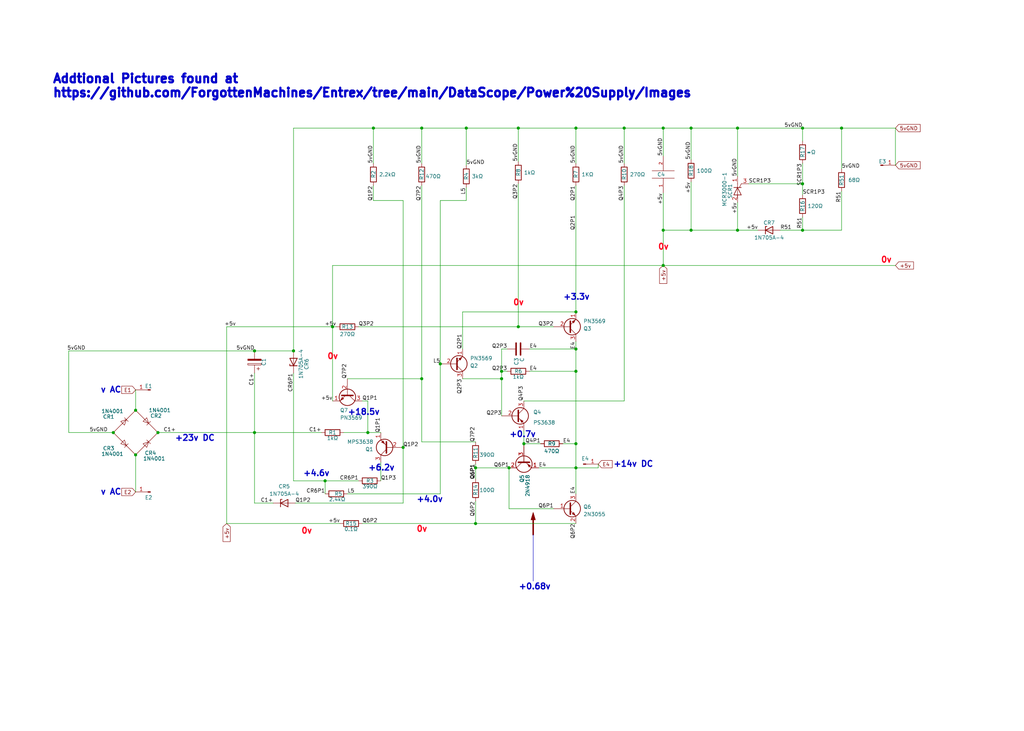
<source format=kicad_sch>
(kicad_sch (version 20230121) (generator eeschema)
  (paper "User" 350.012 250.012)
  (lib_symbols
    (symbol "Device:C" (pin_numbers hide) (pin_names (offset 0.254))
      (property "Reference" "C" (at 0.635 2.54 0))
      (property "Value" "C" (at 0.635 -2.54 0))
      (symbol "C_0_1"
        (polyline (pts (xy -2.032 -0.762) (xy 2.032 -0.762)) (stroke (width 0.508)))
        (polyline (pts (xy -2.032 0.762) (xy 2.032 0.762)) (stroke (width 0.508)))
      )
      (symbol "C_1_1"
        (pin passive line (at 0 3.81 270) (length 2.794) (name "~") (number "1"))
        (pin passive line (at 0 -3.81 90) (length 2.794) (name "~") (number "2"))
      )
    )
    (symbol "Device:C_Polarized" (pin_numbers hide) (pin_names (offset 0.254))
      (property "Reference" "C" (at 0.635 2.54 0))
      (property "Value" "C_Polarized" (at 0.635 -2.54 0))
      (symbol "C_Polarized_0_1"
        (rectangle (start -2.286 0.508) (end 2.286 1.016))
        (polyline (pts (xy -1.778 2.286) (xy -0.762 2.286)))
        (polyline (pts (xy -1.27 2.794) (xy -1.27 1.778)))
        (rectangle (start 2.286 -0.508) (end -2.286 -1.016) (fill (type outline)))
      )
      (symbol "C_Polarized_1_1"
        (pin passive line (at 0 3.81 270) (length 2.794) (name "~") (number "1"))
        (pin passive line (at 0 -3.81 90) (length 2.794) (name "~") (number "2"))
      )
    )
    (symbol "Device:D_Zener" (pin_numbers hide) (pin_names (offset 1.016) hide)
      (property "Reference" "D" (at 0 2.54 0))
      (property "Value" "D_Zener" (at 0 -2.54 0))
      (symbol "D_Zener_0_1"
        (polyline (pts (xy 1.27 0) (xy -1.27 0)))
        (polyline (pts (xy -1.27 -1.27) (xy -1.27 1.27) (xy -0.762 1.27)) (stroke (width 0.254)))
        (polyline (pts (xy 1.27 -1.27) (xy 1.27 1.27) (xy -1.27 0) (xy 1.27 -1.27)) (stroke (width 0.254)))
      )
      (symbol "D_Zener_1_1"
        (pin passive line (at -3.81 0 0) (length 2.54) (name "K") (number "1"))
        (pin passive line (at 3.81 0 180) (length 2.54) (name "A") (number "2"))
      )
    )
    (symbol "Device:R" (pin_numbers hide) (pin_names (offset 0))
      (property "Reference" "R" (at 2.032 0 90))
      (property "Value" "R" (at 0 0 90))
      (symbol "R_0_1"
        (rectangle (start -1.016 -2.54) (end 1.016 2.54) (stroke (width 0.254)))
      )
      (symbol "R_1_1"
        (pin passive line (at 0 3.81 270) (length 1.27) (name "~") (number "1"))
        (pin passive line (at 0 -3.81 90) (length 1.27) (name "~") (number "2"))
      )
    )
    (symbol "Forgotten Machines:2N4918" (pin_names (offset 0) hide)
      (property "Reference" "Q" (at 5.08 1.905 0))
      (property "Value" "2N4918" (at 5.08 0 0))
      (symbol "2N4918_0_1"
        (polyline (pts (xy 0.635 0.635) (xy 2.54 2.54)))
        (polyline (pts (xy 0.635 -0.635) (xy 2.54 -2.54) (xy 2.54 -2.54)))
        (polyline (pts (xy 0.635 1.905) (xy 0.635 -1.905) (xy 0.635 -1.905)) (stroke (width 0.508)))
        (polyline (pts (xy 2.286 -1.778) (xy 1.778 -2.286) (xy 1.27 -1.27) (xy 2.286 -1.778) (xy 2.286 -1.778)) (fill (type outline)))
        (circle (center 1.27 0) (radius 2.8194) (stroke (width 0.254)))
      )
      (symbol "2N4918_1_1"
        (pin passive line (at 2.54 -5.08 90) (length 2.54) (name "E") (number "1"))
        (pin passive line (at 2.54 5.08 270) (length 2.54) (name "C") (number "2"))
        (pin input line (at -5.08 0 0) (length 5.715) (name "B") (number "3"))
      )
    )
    (symbol "Forgotten Machines:CAP_Large_Polarized_-_Entrex_Trapezoid" (pin_names (offset 0.254))
      (property "Reference" "C14" (at -2.54 0 0))
      (property "Value" "CAP" (at 3.81 2.54 0))
      (symbol "CAP_Large_Polarized_-_Entrex_Trapezoid_0_1"
        (polyline (pts (xy -3.81 -1.27) (xy 3.81 -1.27)))
        (polyline (pts (xy -3.81 1.27) (xy 3.81 1.27)))
      )
      (symbol "CAP_Large_Polarized_-_Entrex_Trapezoid_1_1"
        (pin passive line (at 0 6.35 270) (length 5.08) (name "~") (number "1"))
        (pin passive line (at 0 -6.35 90) (length 5.08) (name "~") (number "2"))
      )
    )
    (symbol "ForgottenMachines:Diagonal Diode for Full Wave Bridge Lower" (pin_names (offset 0))
      (property "Reference" "CR" (at -1.27 0 0))
      (property "Value" "1N4001" (at -1.27 -2.54 0))
      (symbol "Diagonal Diode for Full Wave Bridge Lower_0_1"
        (polyline (pts (xy -5.08 -1.27) (xy 2.54 6.35)))
        (polyline (pts (xy -1.27 3.81) (xy 0 2.54)))
        (polyline (pts (xy -0.635 3.175) (xy -2.54 2.54) (xy -1.27 1.27) (xy -0.635 3.175)))
      )
      (symbol "Diagonal Diode for Full Wave Bridge Lower_1_1"
        (pin passive line (at 2.54 6.35 180) (length 0) (name "") (number ""))
        (pin passive line (at -5.08 -1.27 90) (length 0) (name "~") (number ""))
      )
    )
    (symbol "ForgottenMachines:FPN3569_Transistor" (pin_names (offset 0) hide)
      (property "Reference" "Q" (at 5.08 1.905 0))
      (property "Value" "PN3569" (at 5.08 0 0))
      (symbol "FPN3569_Transistor_0_1"
        (polyline (pts (xy 0.635 0.635) (xy 2.54 2.54)))
        (polyline (pts (xy 0.635 -0.635) (xy 2.54 -2.54) (xy 2.54 -2.54)))
        (polyline (pts (xy 0.635 1.905) (xy 0.635 -1.905) (xy 0.635 -1.905)) (stroke (width 0.508)))
        (polyline (pts (xy 1.27 -1.778) (xy 1.778 -1.27) (xy 2.286 -2.286) (xy 1.27 -1.778) (xy 1.27 -1.778)) (fill (type outline)))
        (circle (center 1.27 0) (radius 2.8194) (stroke (width 0.254)))
      )
      (symbol "FPN3569_Transistor_1_1"
        (pin passive line (at 2.54 -5.08 90) (length 2.54) (name "E") (number "1"))
        (pin passive line (at -5.08 0 0) (length 5.715) (name "B") (number "2"))
        (pin passive line (at 2.54 5.08 270) (length 2.54) (name "C") (number "3"))
      )
    )
    (symbol "ForgottenMachines:MCR3000-1" (pin_names (offset 0) hide)
      (property "Reference" "SCR" (at 1.27 3.81 0))
      (property "Value" "MCR3000-1" (at 1.27 1.905 0))
      (symbol "MCR3000-1_0_1"
        (polyline (pts (xy 1.27 -1.27) (xy 1.27 1.27)) (stroke (width 0.2032)))
        (polyline (pts (xy 2.54 -1.27) (xy 1.27 -0.635)))
        (polyline (pts (xy 2.54 0) (xy -2.54 0)))
        (polyline (pts (xy -1.27 -1.27) (xy -1.27 1.27) (xy 1.27 0) (xy -1.27 -1.27)) (stroke (width 0.2032)))
      )
      (symbol "MCR3000-1_1_1"
        (pin passive line (at 5.08 0 180) (length 2.54) (name "K") (number "1"))
        (pin passive line (at -3.81 0 0) (length 2.54) (name "A") (number "2"))
        (pin input line (at 2.54 -3.81 90) (length 2.54) (name "G") (number "3"))
      )
    )
    (symbol "ForgottenMachines:MPS3638_Transistor" (pin_names (offset 0) hide)
      (property "Reference" "Q" (at 5.08 1.905 0))
      (property "Value" "MPS3638" (at 5.08 0 0))
      (symbol "MPS3638_Transistor_0_1"
        (polyline (pts (xy 0.635 0.635) (xy 2.54 2.54)))
        (polyline (pts (xy 0.635 -0.635) (xy 2.54 -2.54) (xy 2.54 -2.54)))
        (polyline (pts (xy 0.635 1.905) (xy 0.635 -1.905) (xy 0.635 -1.905)) (stroke (width 0.508)))
        (polyline (pts (xy 2.286 -1.778) (xy 1.778 -2.286) (xy 1.27 -1.27) (xy 2.286 -1.778) (xy 2.286 -1.778)) (fill (type outline)))
        (circle (center 1.27 0) (radius 2.8194) (stroke (width 0.254)))
      )
      (symbol "MPS3638_Transistor_1_1"
        (pin passive line (at 2.54 -5.08 90) (length 2.54) (name "E") (number "1"))
        (pin input line (at -5.08 0 0) (length 5.715) (name "B") (number "2"))
        (pin passive line (at 2.54 5.08 270) (length 2.54) (name "C") (number "3"))
      )
    )
    (symbol "ForgottenMachines:Spade_Lug_Connector_-_Entrex_PSU" (pin_names (offset 1.016) hide)
      (property "Reference" "E" (at 0 2.54 0))
      (symbol "Spade_Lug_Connector_-_Entrex_PSU_1_1"
        (polyline (pts (xy 1.27 0) (xy 0.8636 0)) (stroke (width 0.1524)))
        (rectangle (start 0.8636 0.127) (end 0 -0.127) (stroke (width 0.1524)) (fill (type outline)))
        (pin passive line (at 5.08 0 180) (length 3.81) (name "Pin_1") (number "1"))
      )
    )
    (symbol "Graphic:SYM_Arrow_Large" (in_bom no) (on_board no)
      (symbol "SYM_Arrow_Large_0_1"
        (polyline (pts (xy 2.54 0) (xy -3.81 0)) (stroke (width 0.508)))
        (polyline (pts (xy 3.81 0) (xy 1.27 -0.762) (xy 1.27 0.762) (xy 3.81 0)) (fill (type outline)))
      )
    )
    (symbol "MPS3638_Transistor_1" (pin_names (offset 0) hide)
      (property "Reference" "Q" (at 5.08 1.905 0))
      (property "Value" "\nPS3638" (at 5.08 0 0))
      (symbol "MPS3638_Transistor_1_0_1"
        (polyline (pts (xy 0.635 0.635) (xy 2.54 2.54)))
        (polyline (pts (xy 0.635 -0.635) (xy 2.54 -2.54) (xy 2.54 -2.54)))
        (polyline (pts (xy 0.635 1.905) (xy 0.635 -1.905) (xy 0.635 -1.905)) (stroke (width 0.508)))
        (polyline (pts (xy 2.286 -1.778) (xy 1.778 -2.286) (xy 1.27 -1.27) (xy 2.286 -1.778) (xy 2.286 -1.778)) (fill (type outline)))
        (circle (center 1.27 0) (radius 2.8194) (stroke (width 0.254)))
      )
      (symbol "MPS3638_Transistor_1_1_1"
        (pin passive line (at 2.54 -5.08 90) (length 2.54) (name "E") (number "1"))
        (pin input line (at -5.08 0 0) (length 5.715) (name "B") (number "2"))
        (pin passive line (at 2.54 5.08 270) (length 2.54) (name "C") (number "3"))
      )
    )
    (symbol "Transistor_BJT:2N3055" (pin_names (offset 0) hide)
      (property "Reference" "Q" (at 5.08 1.905 0))
      (property "Value" "2N3055" (at 5.08 0 0))
      (symbol "2N3055_0_1"
        (polyline (pts (xy 0.635 0.635) (xy 2.54 2.54)))
        (polyline (pts (xy 0.635 -0.635) (xy 2.54 -2.54) (xy 2.54 -2.54)))
        (polyline (pts (xy 0.635 1.905) (xy 0.635 -1.905) (xy 0.635 -1.905)) (stroke (width 0.508)))
        (polyline (pts (xy 1.27 -1.778) (xy 1.778 -1.27) (xy 2.286 -2.286) (xy 1.27 -1.778) (xy 1.27 -1.778)) (fill (type outline)))
        (circle (center 1.27 0) (radius 2.8194) (stroke (width 0.254)))
      )
      (symbol "2N3055_1_1"
        (pin input line (at -5.08 0 0) (length 5.715) (name "B") (number "1"))
        (pin passive line (at 2.54 -5.08 90) (length 2.54) (name "E") (number "2"))
        (pin passive line (at 2.54 5.08 270) (length 2.54) (name "C") (number "3"))
      )
    )
  )
  (junction (at 86.995 120.015))
  (junction (at 196.85 119.38))
  (junction (at 150.495 124.46))
  (junction (at 226.695 78.74))
  (junction (at 111.125 164.465))
  (junction (at 252.095 43.815))
  (junction (at 171.45 129.54))
  (junction (at 38.735 147.955))
  (junction (at 213.36 43.815))
  (junction (at 137.795 153.035))
  (junction (at 196.85 151.765))
  (junction (at 274.32 78.74))
  (junction (at 196.85 43.815))
  (junction (at 86.995 147.955))
  (junction (at 236.22 78.74))
  (junction (at 226.695 90.805))
  (junction (at 53.975 147.955))
  (junction (at 171.45 127))
  (junction (at 179.07 151.765))
  (junction (at 177.165 111.76))
  (junction (at 196.85 106.68))
  (junction (at 226.695 43.815))
  (junction (at 144.145 43.815))
  (junction (at 173.99 160.02))
  (junction (at 287.655 43.815))
  (junction (at 127.635 43.815))
  (junction (at 100.33 120.015))
  (junction (at 236.22 43.815))
  (junction (at 159.385 43.815))
  (junction (at 162.56 179.07))
  (junction (at 144.145 129.54))
  (junction (at 177.165 43.815))
  (junction (at 113.665 111.76))
  (junction (at 274.32 62.865))
  (junction (at 252.095 78.74))
  (junction (at 46.355 155.575))
  (junction (at 274.32 43.815))
  (junction (at 196.85 160.02))
  (junction (at 196.85 127))
  (junction (at 46.355 140.335))
  (junction (at 125.73 147.955))
  (junction (at 162.56 160.02))
  (wire (pts (xy 86.995 172.085) (xy 93.345 172.085)))
  (wire (pts (xy 196.85 106.68) (xy 196.85 63.5)))
  (wire (pts (xy 77.47 179.07) (xy 116.205 179.07)))
  (wire (pts (xy 86.995 120.015) (xy 100.33 120.015)))
  (wire (pts (xy 77.47 111.76) (xy 77.47 179.07)))
  (wire (pts (xy 100.33 164.465) (xy 111.125 164.465)))
  (wire (pts (xy 158.115 129.54) (xy 171.45 129.54)))
  (wire (pts (xy 226.695 90.805) (xy 306.07 90.805)))
  (wire (pts (xy 23.495 120.015) (xy 86.995 120.015)))
  (wire (pts (xy 100.33 43.815) (xy 127.635 43.815)))
  (wire (pts (xy 162.56 158.75) (xy 162.56 160.02)))
  (wire (pts (xy 213.36 63.5) (xy 213.36 137.16)))
  (wire (pts (xy 196.85 43.815) (xy 196.85 55.88)))
  (wire (pts (xy 53.975 147.955) (xy 86.995 147.955)))
  (wire (pts (xy 137.795 68.58) (xy 127.635 68.58)))
  (wire (pts (xy 144.145 43.815) (xy 144.145 55.88)))
  (wire (pts (xy 144.145 151.13) (xy 144.145 129.54)))
  (wire (pts (xy 144.145 63.5) (xy 144.145 129.54)))
  (wire (pts (xy 196.85 119.38) (xy 196.85 127)))
  (wire (pts (xy 287.655 43.815) (xy 287.655 57.785)))
  (wire (pts (xy 86.995 147.955) (xy 86.995 172.085)))
  (wire (pts (xy 125.73 137.16) (xy 125.73 147.955)))
  (wire (pts (xy 150.495 124.46) (xy 150.495 168.91)))
  (wire (pts (xy 171.45 127) (xy 173.355 127)))
  (wire (pts (xy 287.655 43.815) (xy 306.07 43.815)))
  (wire (pts (xy 226.695 78.74) (xy 236.22 78.74)))
  (wire (pts (xy 252.095 78.74) (xy 259.08 78.74)))
  (wire (pts (xy 179.07 151.765) (xy 184.785 151.765)))
  (wire (pts (xy 159.385 43.815) (xy 159.385 56.515)))
  (wire (pts (xy 226.695 43.815) (xy 236.22 43.815)))
  (wire (pts (xy 196.85 43.815) (xy 213.36 43.815)))
  (wire (pts (xy 113.665 111.76) (xy 114.935 111.76)))
  (wire (pts (xy 118.745 129.54) (xy 144.145 129.54)))
  (wire (pts (xy 196.85 160.02) (xy 196.85 168.91)))
  (wire (pts (xy 144.145 43.815) (xy 159.385 43.815)))
  (wire (pts (xy 213.36 137.16) (xy 179.07 137.16)))
  (wire (pts (xy 180.975 119.38) (xy 196.85 119.38)))
  (wire (pts (xy 226.695 43.815) (xy 226.695 53.34)))
  (wire (pts (xy 196.85 151.765) (xy 196.85 160.02)))
  (wire (pts (xy 100.33 120.015) (xy 100.33 43.815)))
  (wire (pts (xy 274.32 43.815) (xy 274.32 48.26)))
  (wire (pts (xy 274.32 78.74) (xy 274.32 74.295)))
  (wire (pts (xy 177.165 43.815) (xy 177.165 55.245)))
  (wire (pts (xy 192.405 151.765) (xy 196.85 151.765)))
  (wire (pts (xy 137.795 153.035) (xy 137.795 68.58)))
  (wire (pts (xy 196.85 116.84) (xy 196.85 119.38)))
  (wire (pts (xy 274.32 62.865) (xy 274.32 66.675)))
  (wire (pts (xy 184.15 160.02) (xy 196.85 160.02)))
  (wire (pts (xy 150.495 68.58) (xy 159.385 68.58)))
  (wire (pts (xy 113.665 111.76) (xy 113.665 137.16)))
  (wire (pts (xy 23.495 120.015) (xy 23.495 147.955)))
  (wire (pts (xy 204.47 160.02) (xy 204.47 158.75)))
  (wire (pts (xy 171.45 129.54) (xy 171.45 127)))
  (wire (pts (xy 100.33 127.635) (xy 100.33 164.465)))
  (wire (pts (xy 252.095 43.815) (xy 274.32 43.815)))
  (wire (pts (xy 213.36 43.815) (xy 213.36 55.88)))
  (wire (pts (xy 137.795 153.035) (xy 137.795 172.085)))
  (wire (pts (xy 252.095 69.215) (xy 252.095 78.74)))
  (wire (pts (xy 159.385 43.815) (xy 177.165 43.815)))
  (wire (pts (xy 46.355 155.575) (xy 46.355 168.275)))
  (wire (pts (xy 226.695 66.04) (xy 226.695 78.74)))
  (wire (pts (xy 177.165 43.815) (xy 196.85 43.815)))
  (wire (pts (xy 162.56 160.02) (xy 162.56 163.83)))
  (wire (pts (xy 196.85 106.68) (xy 158.115 106.68)))
  (wire (pts (xy 236.22 78.74) (xy 252.095 78.74)))
  (wire (pts (xy 236.22 43.815) (xy 236.22 54.61)))
  (wire (pts (xy 162.56 179.07) (xy 196.85 179.07)))
  (wire (pts (xy 274.32 55.88) (xy 274.32 62.865)))
  (wire (pts (xy 177.165 111.76) (xy 189.23 111.76)))
  (wire (pts (xy 86.995 127.635) (xy 86.995 147.955)))
  (wire (pts (xy 162.56 151.13) (xy 144.145 151.13)))
  (wire (pts (xy 196.85 160.02) (xy 204.47 160.02)))
  (wire (pts (xy 123.825 179.07) (xy 162.56 179.07)))
  (wire (pts (xy 127.635 43.815) (xy 127.635 55.88)))
  (wire (pts (xy 179.07 147.32) (xy 179.07 151.765)))
  (wire (pts (xy 113.665 90.805) (xy 226.695 90.805)))
  (wire (pts (xy 236.22 62.23) (xy 236.22 78.74)))
  (wire (pts (xy 23.495 147.955) (xy 38.735 147.955)))
  (wire (pts (xy 213.36 43.815) (xy 226.695 43.815)))
  (wire (pts (xy 127.635 43.815) (xy 144.145 43.815)))
  (wire (pts (xy 111.125 164.465) (xy 122.555 164.465)))
  (wire (pts (xy 196.85 127) (xy 196.85 151.765)))
  (wire (pts (xy 171.45 119.38) (xy 173.355 119.38)))
  (wire (pts (xy 150.495 168.91) (xy 118.745 168.91)))
  (wire (pts (xy 46.355 133.35) (xy 46.355 140.335)))
  (wire (pts (xy 287.655 78.74) (xy 287.655 65.405)))
  (wire (pts (xy 162.56 171.45) (xy 162.56 179.07)))
  (wire (pts (xy 306.07 43.815) (xy 306.07 56.515)))
  (wire (pts (xy 171.45 127) (xy 171.45 119.38)))
  (wire (pts (xy 86.995 147.955) (xy 109.855 147.955)))
  (wire (pts (xy 159.385 68.58) (xy 159.385 64.135)))
  (wire (pts (xy 150.495 124.46) (xy 150.495 68.58)))
  (wire (pts (xy 180.975 127) (xy 196.85 127)))
  (wire (pts (xy 117.475 147.955) (xy 125.73 147.955)))
  (wire (pts (xy 123.825 137.16) (xy 125.73 137.16)))
  (wire (pts (xy 226.695 90.805) (xy 226.695 78.74)))
  (wire (pts (xy 127.635 68.58) (xy 127.635 63.5)))
  (wire (pts (xy 125.73 147.955) (xy 130.175 147.955)))
  (wire (pts (xy 158.115 106.68) (xy 158.115 119.38)))
  (wire (pts (xy 266.7 78.74) (xy 274.32 78.74)))
  (wire (pts (xy 113.665 111.76) (xy 77.47 111.76)))
  (wire (pts (xy 287.655 43.815) (xy 274.32 43.815)))
  (wire (pts (xy 173.99 160.02) (xy 162.56 160.02)))
  (wire (pts (xy 274.32 78.74) (xy 287.655 78.74)))
  (wire (pts (xy 189.23 173.99) (xy 173.99 173.99)))
  (wire (pts (xy 173.99 173.99) (xy 173.99 160.02)))
  (wire (pts (xy 236.22 43.815) (xy 252.095 43.815)))
  (wire (pts (xy 113.665 90.805) (xy 113.665 111.76)))
  (wire (pts (xy 111.125 164.465) (xy 111.125 168.91)))
  (wire (pts (xy 171.45 142.24) (xy 171.45 129.54)))
  (wire (pts (xy 179.07 151.765) (xy 179.07 152.4)))
  (wire (pts (xy 177.165 62.865) (xy 177.165 111.76)))
  (wire (pts (xy 255.905 62.865) (xy 274.32 62.865)))
  (wire (pts (xy 252.095 43.815) (xy 252.095 60.325)))
  (wire (pts (xy 130.175 158.115) (xy 130.175 164.465)))
  (wire (pts (xy 122.555 111.76) (xy 177.165 111.76)))
  (wire (pts (xy 137.795 172.085) (xy 100.965 172.085)))
  (rectangle (start 182.245 182.88) (end 182.245 198.755))
  (text "+4.6v" (at 103.505 163.195 0) (effects (font (size 2 2) (thickness 0.4) bold) (justify left bottom)))
  (text "v AC" (at 34.29 134.62 0) (effects (font (size 2 2) (thickness 0.4) bold) (justify left bottom)))
  (text "+0.68v" (at 177.165 201.93 0) (effects (font (size 2 2) (thickness 0.4) bold) (justify left bottom)))
  (text "+4.0v" (at 142.24 172.085 0) (effects (font (size 2 2) (thickness 0.4) bold) (justify left bottom)))
  (text "0v" (at 111.76 123.19 0) (effects (font (size 2 2) (thickness 0.4) bold) (justify left bottom)))
  (text "0v" (at 224.79 85.725 0) (effects (font (size 2 2) (thickness 0.4) bold) (justify left bottom)))
  (text "0v" (at 142.24 182.245 0) (effects (font (size 2 2) (thickness 0.4) bold) (justify left bottom)))
  (text "+3.3v" (at 192.405 102.87 0) (effects (font (size 2 2) (thickness 0.4) bold) (justify left bottom)))
  (text "+6.2v" (at 125.73 161.29 0) (effects (font (size 2 2) (thickness 0.4) bold) (justify left bottom)))
  (text "0v" (at 102.87 182.88 0) (effects (font (size 2 2) (thickness 0.4) bold) (justify left bottom)))
  (text "+14v DC" (at 209.55 160.02 0) (effects (font (size 2 2) (thickness 0.4) bold) (justify left bottom)))
  (text "Addtional Pictures found at\nhttps://github.com/ForgottenMachines/Entrex/tree/main/DataScope/Power%20Supply/Images\n" (at 17.78 33.655 0) (effects (font (size 3 3) (thickness 1) bold) (justify left bottom)))
  (text "0v" (at 175.26 104.775 0) (effects (font (size 2 2) (thickness 0.4) bold) (justify left bottom)))
  (text "+18.5v" (at 118.745 142.24 0) (effects (font (size 2 2) (thickness 0.4) bold) (justify left bottom)))
  (text "v AC" (at 34.29 169.545 0) (effects (font (size 2 2) (thickness 0.4) bold) (justify left bottom)))
  (text "0v" (at 300.99 90.17 0) (effects (font (size 2 2) (thickness 0.4) bold) (justify left bottom)))
  (text "+0.7v" (at 173.99 149.86 0) (effects (font (size 2 2) (thickness 0.4) bold) (justify left bottom)))
  (text "+23v DC" (at 59.69 151.13 0) (effects (font (size 2 2) (thickness 0.4) bold) (justify left bottom)))
  (label "Q7P2" (at 144.145 63.5 270))
  (label "C1+" (at 55.88 147.955 0))
  (label "Q1P1" (at 123.825 137.16 0))
  (label "5vGND" (at 252.095 60.325 90))
  (label "5vGND" (at 213.36 55.88 90))
  (label "CR6P1" (at 100.33 127.635 270))
  (label "Q2P1" (at 196.85 63.5 270))
  (label "5vGND" (at 287.655 57.785 0))
  (label "Q6P2" (at 123.825 179.07 0))
  (label "R51" (at 287.655 65.405 270))
  (label "5vGND" (at 36.83 147.955 180))
  (label "Q2P3" (at 173.355 127 180))
  (label "+5v" (at 259.08 78.74 180))
  (label "+5v" (at 252.095 69.215 270))
  (label "C1+" (at 109.855 147.955 180))
  (label "Q2P3" (at 158.115 129.54 270))
  (label "Q6P2" (at 196.85 179.07 270))
  (label "Q7P2" (at 162.56 151.13 90))
  (label "+5v" (at 114.935 111.76 180))
  (label "+5v" (at 80.645 111.76 180))
  (label "E4" (at 180.975 127 0))
  (label "SCR1P3" (at 274.32 66.675 0))
  (label "5vGND" (at 127.635 55.88 90))
  (label "SCR1P3" (at 255.905 62.865 0))
  (label "Q7P2" (at 118.745 129.54 90))
  (label "Q6P1" (at 162.56 158.75 270))
  (label "Q2P3" (at 173.355 119.38 180))
  (label "Q6P1" (at 173.99 160.02 180))
  (label "Q1P3" (at 130.175 164.465 0))
  (label "SCR1P3" (at 274.32 55.88 270))
  (label "CR6P1" (at 111.125 168.91 180))
  (label "Q4P1" (at 184.785 151.765 180))
  (label "Q1P2" (at 137.795 153.035 0))
  (label "5vGND" (at 86.995 120.015 180))
  (label "Q1P1" (at 130.175 147.955 90))
  (label "+5v" (at 236.22 62.23 270))
  (label "C1+" (at 93.345 172.085 180))
  (label "L5" (at 159.385 64.135 270))
  (label "+5v" (at 226.695 66.04 270))
  (label "5vGND" (at 144.145 55.88 90))
  (label "5vGND" (at 236.22 54.61 90))
  (label "C1+" (at 86.995 127.635 270))
  (label "5vGND" (at 226.695 53.34 90))
  (label "Q2P1" (at 196.85 78.74 90))
  (label "Q6P2" (at 162.56 171.45 270))
  (label "E4" (at 180.975 119.38 0))
  (label "R51" (at 266.7 78.74 0))
  (label "Q1P2" (at 127.635 63.5 270))
  (label "E4" (at 192.405 151.765 0))
  (label "5vGND" (at 177.165 55.245 90))
  (label "Q4P3" (at 179.07 137.16 90))
  (label "5vGND" (at 196.85 55.88 90))
  (label "+5v" (at 116.205 179.07 180))
  (label "Q6P1" (at 189.23 173.99 180))
  (label "L5" (at 150.495 124.46 180))
  (label "Q4P3" (at 213.36 63.5 270))
  (label "L5" (at 118.745 168.91 0))
  (label "5vGND" (at 159.385 56.515 0))
  (label "Q1P2" (at 100.965 172.085 0))
  (label "5vGND" (at 29.21 120.015 180))
  (label "R51" (at 274.32 74.295 270))
  (label "E4" (at 184.15 160.02 0))
  (label "CR6P1" (at 122.555 164.465 180))
  (label "Q3P2" (at 122.555 111.76 0))
  (label "Q2P1" (at 158.115 119.38 90))
  (label "Q3P2" (at 177.165 62.865 270))
  (label "Q6P1" (at 162.56 163.83 90))
  (label "E4" (at 196.85 116.84 270))
  (label "+5v" (at 113.665 137.16 180))
  (label "5vGND" (at 274.32 43.815 180))
  (label "Q3P2" (at 189.23 111.76 180))
  (label "Q2P3" (at 171.45 142.24 180))
  (label "E4" (at 196.85 168.91 90))
  (global_label "E4" (shape input) (at 204.47 158.75 0) (property "Intersheetrefs" "${INTERSHEET_REFS}" (effects hide)))
  (global_label "+5v" (shape input) (at 226.695 90.805 270) (property "Intersheetrefs" "${INTERSHEET_REFS}" (effects hide)))
  (global_label "+5v" (shape input) (at 77.47 179.07 270) (property "Intersheetrefs" "${INTERSHEET_REFS}" (effects hide)))
  (global_label "5vGND" (shape input) (at 306.07 43.815 0) (property "Intersheetrefs" "${INTERSHEET_REFS}" (effects hide)))
  (global_label "+5v" (shape input) (at 306.07 90.805 0) (property "Intersheetrefs" "${INTERSHEET_REFS}" (effects hide)))
  (global_label "E2" (shape input) (at 46.355 168.275 180) (property "Intersheetrefs" "${INTERSHEET_REFS}" (effects hide)))
  (global_label "E1" (shape input) (at 46.355 133.35 180) (property "Intersheetrefs" "${INTERSHEET_REFS}" (effects hide)))
  (global_label "5vGND" (shape input) (at 306.07 56.515 0) (property "Intersheetrefs" "${INTERSHEET_REFS}" (effects hide)))
  (symbol (lib_id "Device:R") (at 126.365 164.465 270) (unit 1)
    (property "Reference" "R3" (at 125.095 164.465 90) (effects (justify left)))
    (property "Value" "390Ω" (at 123.825 166.37 90) (effects (justify left)))
    (property "Footprint" "Resistor_THT:R_Axial_DIN0411_L9.9mm_D3.6mm_P12.70mm_Horizontal" (effects hide))
  )
  (symbol (lib_id "Device:R") (at 287.655 61.595 180) (unit 1)
    (property "Reference" "R51" (at 287.655 59.69 90) (effects (justify left)))
    (property "Value" "68Ω" (at 294.005 61.595 0) (effects (justify left)))
    (property "Footprint" "Resistor_THT:R_Axial_DIN0411_L9.9mm_D3.6mm_P12.70mm_Horizontal" (effects hide))
  )
  (symbol (lib_id "Device:R") (at 127.635 59.69 180) (unit 1)
    (property "Reference" "R2" (at 127.635 60.96 90) (effects (justify right)))
    (property "Value" "2.2kΩ" (at 129.54 59.69 0) (effects (justify right)))
    (property "Footprint" "Resistor_THT:R_Axial_DIN0411_L9.9mm_D3.6mm_P12.70mm_Horizontal" (effects hide))
  )
  (symbol (lib_id "Device:R") (at 177.165 59.055 0) (unit 1)
    (property "Reference" "R8" (at 177.165 60.325 90) (effects (justify left)))
    (property "Value" "1kΩ" (at 179.07 59.055 0) (effects (justify left)))
    (property "Footprint" "Resistor_THT:R_Axial_DIN0411_L9.9mm_D3.6mm_P12.70mm_Horizontal" (effects hide))
  )
  (symbol (lib_id "Device:D_Zener") (at 100.33 123.825 90) (unit 1)
    (property "Reference" "CR6" (at 104.775 122.555 0) (effects (justify right)))
    (property "Value" "1N705A-4" (at 102.87 119.38 0) (effects (justify right)))
  )
  (symbol (lib_id "Device:R") (at 196.85 59.69 0) (unit 1)
    (property "Reference" "R7" (at 196.85 60.96 90) (effects (justify left)))
    (property "Value" "1KΩ" (at 198.755 59.69 0) (effects (justify left)))
    (property "Footprint" "Resistor_THT:R_Axial_DIN0411_L9.9mm_D3.6mm_P12.70mm_Horizontal" (effects hide))
  )
  (symbol (lib_id "ForgottenMachines:Diagonal Diode for Full Wave Bridge Lower") (at 40.005 153.035 270) (unit 1)
    (property "Reference" "CR3" (at 37.1475 153.3525 90))
    (property "Value" "1N4001" (at 38.4175 155.2575 90))
    (property "Footprint" "Diode_THT:D_DO-41_SOD81_P12.70mm_Horizontal" (effects hide))
  )
  (symbol (lib_id "Device:R") (at 188.595 151.765 90) (unit 1)
    (property "Reference" "R9" (at 188.595 151.765 90))
    (property "Value" "470Ω" (at 188.595 154.305 90))
    (property "Footprint" "Resistor_THT:R_Axial_DIN0309_L9.0mm_D3.2mm_P12.70mm_Horizontal" (effects hide))
  )
  (symbol (lib_id "Device:R") (at 159.385 60.325 0) (unit 1)
    (property "Reference" "R4" (at 159.385 61.595 90) (effects (justify left)))
    (property "Value" "3kΩ" (at 163.195 60.325 0))
    (property "Footprint" "Resistor_THT:R_Axial_DIN0309_L9.0mm_D3.2mm_P12.70mm_Horizontal" (effects hide))
  )
  (symbol (lib_id "ForgottenMachines:Spade_Lug_Connector_-_Entrex_PSU") (at 51.435 168.275 180) (unit 1)
    (property "Reference" "E2" (at 50.8 170.18 0))
    (property "Value" "Conn_01x01_Pin" (effects hide))
    (property "Footprint" "Connector_PinHeader_1.00mm:PinHeader_1x01_P1.00mm_Vertical" (effects hide))
  )
  (symbol (lib_id "Device:R") (at 113.665 147.955 270) (unit 1)
    (property "Reference" "R1" (at 113.665 147.955 90))
    (property "Value" "1kΩ" (at 113.665 149.86 90))
    (property "Footprint" "Resistor_THT:R_Axial_DIN0309_L9.0mm_D3.2mm_P12.70mm_Horizontal" (effects hide))
  )
  (symbol (lib_id "Device:R") (at 162.56 154.94 0) (unit 1)
    (property "Reference" "R11" (at 162.56 156.845 90) (effects (justify left)))
    (property "Value" "390Ω" (at 163.83 155.575 0) (effects (justify left)))
    (property "Footprint" "Resistor_THT:R_Axial_DIN0411_L9.9mm_D3.6mm_P15.24mm_Horizontal" (effects hide))
  )
  (symbol (lib_id "ForgottenMachines:Spade_Lug_Connector_-_Entrex_PSU") (at 199.39 158.75 0) (unit 1)
    (property "Reference" "E4" (at 200.025 156.845 0))
    (property "Value" "Conn_01x01_Pin" (effects hide))
    (property "Footprint" "Connector_PinHeader_1.00mm:PinHeader_1x01_P1.00mm_Vertical" (effects hide))
  )
  (symbol (lib_id "Device:R") (at 144.145 59.69 0) (unit 1)
    (property "Reference" "R12" (at 144.145 61.595 90) (effects (justify left)))
    (property "Value" "470Ω" (at 145.415 60.325 0) (effects (justify left)))
    (property "Footprint" "Resistor_THT:R_Axial_DIN0309_L9.0mm_D3.2mm_P12.70mm_Horizontal" (effects hide))
  )
  (symbol (lib_id "ForgottenMachines:Spade_Lug_Connector_-_Entrex_PSU") (at 51.435 133.35 180) (unit 1)
    (property "Reference" "E1" (at 50.8 132.08 0))
    (property "Value" "Conn_01x01_Pin" (effects hide))
    (property "Footprint" "Connector_PinHeader_1.00mm:PinHeader_1x01_P1.00mm_Vertical" (effects hide))
  )
  (symbol (lib_id "Device:R") (at 213.36 59.69 0) (unit 1)
    (property "Reference" "R10" (at 213.36 61.595 90) (effects (justify left)))
    (property "Value" "270Ω" (at 215.265 59.69 0) (effects (justify left)))
    (property "Footprint" "Resistor_THT:R_Axial_DIN0411_L9.9mm_D3.6mm_P12.70mm_Horizontal" (effects hide))
  )
  (symbol (lib_id "Device:R") (at 177.165 127 90) (mirror x) (unit 1)
    (property "Reference" "R6" (at 177.165 127 90))
    (property "Value" "1kΩ" (at 177.165 128.905 90))
    (property "Footprint" "Resistor_THT:R_Axial_DIN0309_L9.0mm_D3.2mm_P12.70mm_Horizontal" (effects hide))
  )
  (symbol (lib_id "ForgottenMachines:FPN3569_Transistor") (at 194.31 111.76 0) (mirror x) (unit 1)
    (property "Reference" "Q3" (at 199.39 112.395 0) (effects (justify left)))
    (property "Value" "PN3569" (at 199.39 109.855 0) (effects (justify left)))
    (property "Footprint" "Package_TO_SOT_THT:TO-18-3" (effects hide))
  )
  (symbol (lib_id "Device:R") (at 162.56 167.64 0) (unit 1)
    (property "Reference" "R14" (at 162.56 169.545 90) (effects (justify left)))
    (property "Value" "100Ω" (at 163.83 167.64 0) (effects (justify left)))
    (property "Footprint" "Resistor_THT:R_Axial_DIN0309_L9.0mm_D3.2mm_P12.70mm_Horizontal" (effects hide))
  )
  (symbol (lib_id "Forgotten Machines:2N4918") (at 179.07 157.48 90) (mirror x) (unit 1)
    (property "Reference" "Q5" (at 178.4263 162.3314 0) (effects (justify left)))
    (property "Value" "2N4918" (at 180.3473 162.3314 0) (effects (justify left)))
    (property "Footprint" "Package_TO_SOT_THT:TO-126-3_Vertical" (effects hide))
  )
  (symbol (lib_id "Device:R") (at 274.32 52.07 0) (unit 1)
    (property "Reference" "R17" (at 274.32 53.975 90) (effects (justify left)))
    (property "Value" "∞Ω" (at 275.59 52.07 0) (effects (justify left)))
    (property "Footprint" "Resistor_THT:R_Axial_DIN0309_L9.0mm_D3.2mm_P12.70mm_Horizontal" (effects hide))
  )
  (symbol (lib_id "ForgottenMachines:Diagonal Diode for Full Wave Bridge Lower") (at 51.435 141.605 0) (mirror x) (unit 1)
    (property "Reference" "CR2" (at 53.34 142.24 0))
    (property "Value" "1N4001" (at 54.61 140.335 0))
    (property "Footprint" "Diode_THT:D_DO-41_SOD81_P12.70mm_Horizontal" (effects hide))
  )
  (symbol (lib_id "Forgotten Machines:CAP_Large_Polarized_-_Entrex_Trapezoid") (at 226.695 59.69 180) (unit 1)
    (property "Reference" "C4" (at 227.33 59.69 0) (effects (justify left)))
    (property "Value" "CAP" (effects hide))
    (property "Footprint" "Capacitor_THT:CP_Axial_L20.0mm_D10.0mm_P26.00mm_Horizontal" (effects hide))
  )
  (symbol (lib_id "ForgottenMachines:Diagonal Diode for Full Wave Bridge Lower") (at 51.435 154.305 0) (unit 1)
    (property "Reference" "CR4" (at 51.435 154.94 0))
    (property "Value" "1N4001" (at 52.705 156.845 0))
    (property "Footprint" "Diode_THT:D_DO-41_SOD81_P12.70mm_Horizontal" (effects hide))
  )
  (symbol (lib_id "Device:C_Polarized") (at 86.995 123.825 180) (unit 1)
    (property "Reference" "C1" (at 90.17 123.825 90))
    (property "Value" "C_Polarized" (effects hide))
    (property "Footprint" "Capacitor_THT:CP_Radial_D10.0mm_P5.00mm" (effects hide))
  )
  (symbol (lib_id "Device:D_Zener") (at 97.155 172.085 0) (unit 1)
    (property "Reference" "CR5" (at 97.155 166.37 0))
    (property "Value" "1N705A-4" (at 97.155 168.91 0))
  )
  (symbol (lib_id "ForgottenMachines:MPS3638_Transistor") (at 132.715 153.035 180) (unit 1)
    (property "Reference" "Q1" (at 127.635 153.67 0) (effects (justify left)))
    (property "Value" "MPS3638" (at 127.635 151.13 0) (effects (justify left)))
    (property "Footprint" "Package_TO_SOT_THT:TO-18-3" (effects hide))
  )
  (symbol (lib_id "ForgottenMachines:FPN3569_Transistor") (at 155.575 124.46 0) (mirror x) (unit 1)
    (property "Reference" "Q2" (at 160.655 125.095 0) (effects (justify left)))
    (property "Value" "PN3569" (at 160.655 122.555 0) (effects (justify left)))
    (property "Footprint" "Package_TO_SOT_THT:TO-18-3" (effects hide))
  )
  (symbol (lib_id "Graphic:SYM_Arrow_Large") (at 182.245 179.07 90) (unit 1) (in_bom no) (on_board no)
    (property "Reference" "#SYM1" (effects hide))
    (property "Value" "SYM_Arrow_Large" (effects hide))
    (property "Sim.Enable" "0" (effects hide))
  )
  (symbol (lib_id "Device:R") (at 236.22 58.42 0) (unit 1)
    (property "Reference" "R18" (at 236.22 60.325 90) (effects (justify left)))
    (property "Value" "100Ω" (at 238.125 58.42 0) (effects (justify left)))
    (property "Footprint" "Resistor_THT:R_Axial_DIN0614_L14.3mm_D5.7mm_P15.24mm_Horizontal" (effects hide))
  )
  (symbol (lib_id "Device:R") (at 114.935 168.91 270) (mirror x) (unit 1)
    (property "Reference" "R5" (at 114.3 168.91 90) (effects (justify left)))
    (property "Value" "2.4kΩ" (at 112.395 170.815 90) (effects (justify left)))
    (property "Footprint" "Resistor_THT:R_Axial_DIN0309_L9.0mm_D3.2mm_P12.70mm_Horizontal" (effects hide))
  )
  (symbol (lib_name "MPS3638_Transistor_1") (lib_id "ForgottenMachines:MPS3638_Transistor") (at 176.53 142.24 0) (unit 1)
    (property "Reference" "Q4" (at 182.245 140.97 0) (effects (justify left)))
    (property "Value" "\nPS3638" (at 182.245 143.51 0) (effects (justify left)))
    (property "Footprint" "Package_TO_SOT_THT:TO-18-3" (effects hide))
  )
  (symbol (lib_id "Device:R") (at 274.32 70.485 180) (unit 1)
    (property "Reference" "R16" (at 274.32 68.58 90) (effects (justify left)))
    (property "Value" "120Ω" (at 281.305 70.485 0) (effects (justify left)))
    (property "Footprint" "Resistor_THT:R_Axial_DIN0614_L14.3mm_D5.7mm_P15.24mm_Horizontal" (effects hide))
  )
  (symbol (lib_id "ForgottenMachines:Spade_Lug_Connector_-_Entrex_PSU") (at 300.99 56.515 0) (unit 1)
    (property "Reference" "E3" (at 301.625 55.245 0))
    (property "Value" "Conn_01x01_Pin" (effects hide))
    (property "Footprint" "Connector_PinHeader_1.00mm:PinHeader_1x01_P1.00mm_Vertical" (effects hide))
  )
  (symbol (lib_id "Device:R") (at 120.015 179.07 90) (unit 1)
    (property "Reference" "R15" (at 120.015 179.07 90))
    (property "Value" "0.1Ω" (at 120.015 180.975 90))
    (property "Footprint" "Resistor_THT:R_Axial_DIN0614_L14.3mm_D5.7mm_P20.32mm_Horizontal" (effects hide))
  )
  (symbol (lib_id "ForgottenMachines:MCR3000-1") (at 252.095 65.405 90) (unit 1)
    (property "Reference" "SCR1" (at 249.555 65.405 0))
    (property "Value" "MCR3000-1" (at 247.65 64.77 0))
    (property "Footprint" "Package_TO_SOT_THT:TO-126-3_Vertical" (effects hide))
    (property "Datasheet" "https://www.web-bcs.com/scr/thy/ma/MCR3000-1.php" (effects hide))
  )
  (symbol (lib_id "Transistor_BJT:2N3055") (at 194.31 173.99 0) (unit 1)
    (property "Reference" "Q6" (at 199.39 173.355 0) (effects (justify left)))
    (property "Value" "2N3055" (at 199.39 175.895 0) (effects (justify left)))
    (property "Footprint" "Package_TO_SOT_THT:TO-3" (effects hide))
    (property "Datasheet" "http://www.onsemi.com/pub_link/Collateral/2N3055-D.PDF" (effects hide))
  )
  (symbol (lib_id "Device:D_Zener") (at 262.89 78.74 0) (unit 1)
    (property "Reference" "CR7" (at 262.89 76.2 0))
    (property "Value" "1N705A-4" (at 262.89 81.28 0))
  )
  (symbol (lib_id "Device:R") (at 118.745 111.76 90) (unit 1)
    (property "Reference" "R13" (at 118.745 111.76 90))
    (property "Value" "270Ω" (at 118.745 114.3 90))
    (property "Footprint" "Resistor_THT:R_Axial_DIN0411_L9.9mm_D3.6mm_P12.70mm_Horizontal" (effects hide))
  )
  (symbol (lib_id "ForgottenMachines:Diagonal Diode for Full Wave Bridge Lower") (at 40.005 142.875 270) (mirror x) (unit 1)
    (property "Reference" "CR1" (at 37.1475 142.5575 90))
    (property "Value" "1N4001" (at 38.4175 140.6525 90))
    (property "Footprint" "Diode_THT:D_DO-41_SOD81_P12.70mm_Horizontal" (effects hide))
  )
  (symbol (lib_id "Device:C") (at 177.165 119.38 90) (mirror x) (unit 1)
    (property "Reference" "C3" (at 176.5213 122.301 0) (effects (justify left)))
    (property "Value" "C" (at 178.4423 122.301 0) (effects (justify left)))
    (property "Footprint" "FM-editable:CAP non-polarized P25.00mm" (effects hide))
  )
  (symbol (lib_id "ForgottenMachines:FPN3569_Transistor") (at 118.745 134.62 270) (unit 1)
    (property "Reference" "Q7" (at 116.205 140.335 90) (effects (justify left)))
    (property "Value" "PN3569" (at 116.205 142.875 90) (effects (justify left)))
    (property "Footprint" "Package_TO_SOT_THT:TO-18-3" (effects hide))
  )
)
</source>
